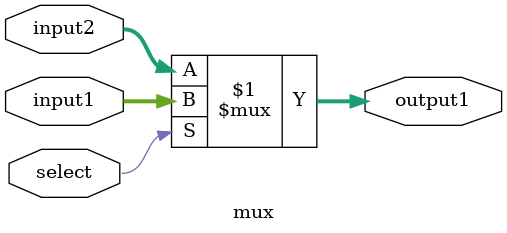
<source format=v>
module mux(
    input [4:0] input1,
    input [4:0] input2,
    input select,
    output [4:0] output1
    );
    assign output1=select?input1:input2;
endmodule
</source>
